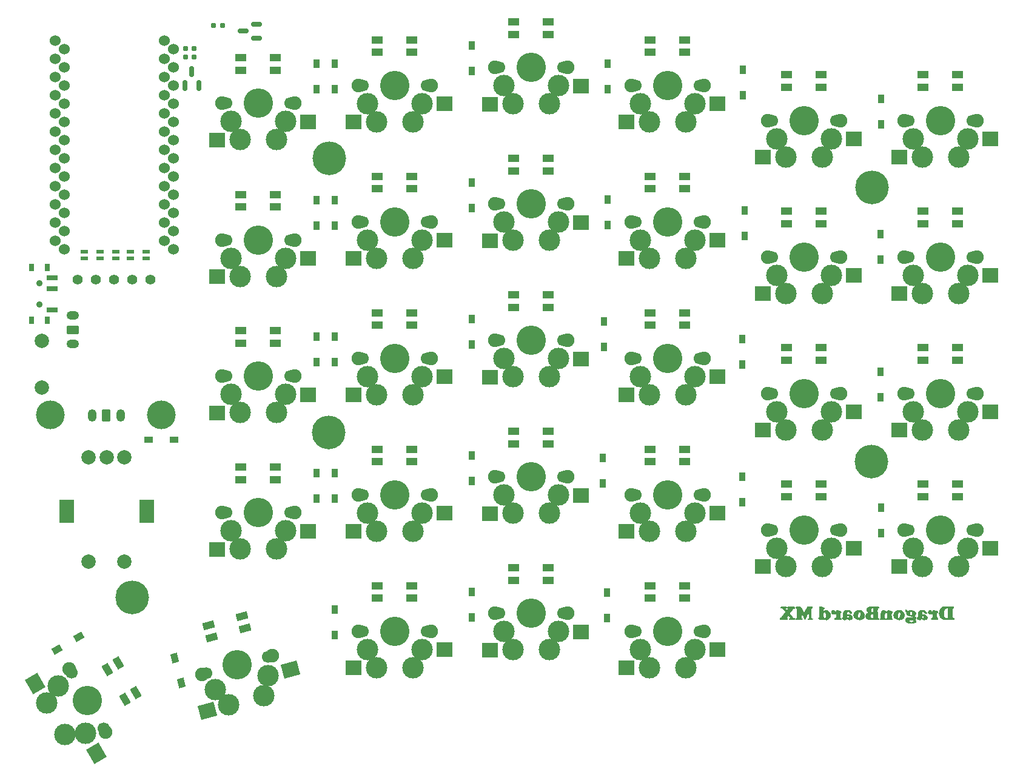
<source format=gbs>
G04 #@! TF.GenerationSoftware,KiCad,Pcbnew,8.99.0-3407-g6a48e2c35a*
G04 #@! TF.CreationDate,2025-03-01T11:14:55+00:00*
G04 #@! TF.ProjectId,DragonBoard,44726167-6f6e-4426-9f61-72642e6b6963,rev?*
G04 #@! TF.SameCoordinates,Original*
G04 #@! TF.FileFunction,Soldermask,Bot*
G04 #@! TF.FilePolarity,Negative*
%FSLAX46Y46*%
G04 Gerber Fmt 4.6, Leading zero omitted, Abs format (unit mm)*
G04 Created by KiCad (PCBNEW 8.99.0-3407-g6a48e2c35a) date 2025-03-01 11:14:55*
%MOMM*%
%LPD*%
G01*
G04 APERTURE LIST*
G04 Aperture macros list*
%AMRoundRect*
0 Rectangle with rounded corners*
0 $1 Rounding radius*
0 $2 $3 $4 $5 $6 $7 $8 $9 X,Y pos of 4 corners*
0 Add a 4 corners polygon primitive as box body*
4,1,4,$2,$3,$4,$5,$6,$7,$8,$9,$2,$3,0*
0 Add four circle primitives for the rounded corners*
1,1,$1+$1,$2,$3*
1,1,$1+$1,$4,$5*
1,1,$1+$1,$6,$7*
1,1,$1+$1,$8,$9*
0 Add four rect primitives between the rounded corners*
20,1,$1+$1,$2,$3,$4,$5,0*
20,1,$1+$1,$4,$5,$6,$7,0*
20,1,$1+$1,$6,$7,$8,$9,0*
20,1,$1+$1,$8,$9,$2,$3,0*%
%AMRotRect*
0 Rectangle, with rotation*
0 The origin of the aperture is its center*
0 $1 length*
0 $2 width*
0 $3 Rotation angle, in degrees counterclockwise*
0 Add horizontal line*
21,1,$1,$2,0,0,$3*%
G04 Aperture macros list end*
%ADD10C,0.150000*%
%ADD11C,4.700000*%
%ADD12C,1.524000*%
%ADD13R,0.950000X1.300000*%
%ADD14R,1.300000X0.950000*%
%ADD15RotRect,1.300000X0.950000X210.000000*%
%ADD16C,4.000000*%
%ADD17C,1.397000*%
%ADD18C,2.000000*%
%ADD19R,2.000000X3.200000*%
%ADD20RotRect,1.300000X0.950000X285.000000*%
%ADD21C,1.900000*%
%ADD22C,1.700000*%
%ADD23C,3.000000*%
%ADD24C,4.100000*%
%ADD25R,1.600000X1.000000*%
%ADD26R,2.300000X2.000000*%
%ADD27RotRect,1.600000X1.000000X120.000000*%
%ADD28RotRect,2.300000X2.000000X300.000000*%
%ADD29RoundRect,0.250000X0.625000X-0.350000X0.625000X0.350000X-0.625000X0.350000X-0.625000X-0.350000X0*%
%ADD30O,1.750000X1.200000*%
%ADD31C,0.900000*%
%ADD32RoundRect,0.250000X0.350000X0.625000X-0.350000X0.625000X-0.350000X-0.625000X0.350000X-0.625000X0*%
%ADD33O,1.200000X1.750000*%
%ADD34RotRect,1.600000X1.000000X195.000000*%
%ADD35RotRect,2.300000X2.000000X15.000000*%
%ADD36R,1.000000X0.600000*%
%ADD37RoundRect,0.160000X-0.197500X-0.160000X0.197500X-0.160000X0.197500X0.160000X-0.197500X0.160000X0*%
%ADD38RoundRect,0.160000X0.197500X0.160000X-0.197500X0.160000X-0.197500X-0.160000X0.197500X-0.160000X0*%
%ADD39RoundRect,0.150000X0.150000X-0.587500X0.150000X0.587500X-0.150000X0.587500X-0.150000X-0.587500X0*%
%ADD40R,0.800000X1.000000*%
%ADD41R,1.500000X0.700000*%
%ADD42RoundRect,0.150000X0.587500X0.150000X-0.587500X0.150000X-0.587500X-0.150000X0.587500X-0.150000X0*%
G04 APERTURE END LIST*
D10*
G36*
X216759392Y-120208400D02*
G01*
X217200494Y-120221223D01*
X217367068Y-120217071D01*
X217457316Y-120215727D01*
X217566910Y-120226483D01*
X217640864Y-120254318D01*
X217678559Y-120284335D01*
X217699924Y-120319598D01*
X217707176Y-120362029D01*
X217696715Y-120414877D01*
X217665992Y-120455811D01*
X217610334Y-120487570D01*
X217555225Y-120516074D01*
X217529001Y-120547653D01*
X217517292Y-120594435D01*
X217511782Y-120698962D01*
X217520697Y-121288930D01*
X217540480Y-121688390D01*
X217554970Y-121768844D01*
X217569789Y-121806359D01*
X217594796Y-121830734D01*
X217641353Y-121849468D01*
X217694373Y-121870328D01*
X217726105Y-121893920D01*
X217745248Y-121925665D01*
X217752239Y-121970979D01*
X217745699Y-122015041D01*
X217726563Y-122052427D01*
X217693621Y-122084918D01*
X217628687Y-122116755D01*
X217542068Y-122128271D01*
X217448767Y-122122043D01*
X217256426Y-122112640D01*
X217158118Y-122112640D01*
X216867225Y-122118379D01*
X216725198Y-122122531D01*
X216559845Y-122128271D01*
X216377209Y-122114287D01*
X216208746Y-122073316D01*
X216074359Y-122016988D01*
X215957622Y-121944460D01*
X215856477Y-121855469D01*
X215769598Y-121748840D01*
X215701863Y-121627028D01*
X215647476Y-121478829D01*
X215613373Y-121322215D01*
X215606914Y-121233121D01*
X216316335Y-121233121D01*
X216327653Y-121420892D01*
X216357838Y-121562275D01*
X216402490Y-121666933D01*
X216459181Y-121742769D01*
X216527771Y-121795425D01*
X216610447Y-121827685D01*
X216711398Y-121839088D01*
X216787887Y-121829017D01*
X216831688Y-121803917D01*
X216857119Y-121760412D01*
X216867347Y-121683627D01*
X216867347Y-120620560D01*
X216860059Y-120566093D01*
X216841946Y-120535319D01*
X216810283Y-120517658D01*
X216752431Y-120510406D01*
X216636618Y-120523942D01*
X216543853Y-120561982D01*
X216468822Y-120623814D01*
X216408903Y-120712884D01*
X216360988Y-120839774D01*
X216328511Y-121009558D01*
X216316335Y-121233121D01*
X215606914Y-121233121D01*
X215602169Y-121167664D01*
X215610427Y-121013426D01*
X215634192Y-120874897D01*
X215672341Y-120750127D01*
X215724290Y-120637413D01*
X215801679Y-120519506D01*
X215894730Y-120421160D01*
X216004588Y-120340569D01*
X216133397Y-120277032D01*
X216257371Y-120239992D01*
X216419836Y-120214929D01*
X216629454Y-120205591D01*
X216759392Y-120208400D01*
G37*
G36*
X214850145Y-120752695D02*
G01*
X214784202Y-120759657D01*
X214759165Y-120774189D01*
X214746195Y-120806928D01*
X214730100Y-120905958D01*
X214715487Y-120950378D01*
X214691632Y-120962011D01*
X214668828Y-120954037D01*
X214643027Y-120924398D01*
X214580743Y-120846490D01*
X214512892Y-120794051D01*
X214438226Y-120763190D01*
X214354210Y-120752695D01*
X214273683Y-120762152D01*
X214205858Y-120789278D01*
X214147825Y-120834150D01*
X214113343Y-120878421D01*
X214084200Y-120936610D01*
X214065284Y-120999105D01*
X214059287Y-121057022D01*
X214066626Y-121121412D01*
X214089695Y-121189768D01*
X214125231Y-121252681D01*
X214168464Y-121301753D01*
X214231698Y-121348298D01*
X214303222Y-121376169D01*
X214385595Y-121385773D01*
X214452651Y-121379136D01*
X214504175Y-121360982D01*
X214553701Y-121327876D01*
X214628739Y-121260965D01*
X214656990Y-121239422D01*
X214679420Y-121233487D01*
X214707885Y-121243294D01*
X214725826Y-121275253D01*
X214733315Y-121328825D01*
X214736939Y-121455504D01*
X214732258Y-121646648D01*
X214722040Y-121738337D01*
X214709954Y-121774399D01*
X214696517Y-121793536D01*
X214674713Y-121807032D01*
X214625076Y-121824921D01*
X214550815Y-121859744D01*
X214511997Y-121903445D01*
X214499290Y-121958156D01*
X214509411Y-122012384D01*
X214539957Y-122059272D01*
X214586077Y-122094481D01*
X214647180Y-122116181D01*
X214794159Y-122135811D01*
X215033205Y-122143903D01*
X215260992Y-122131471D01*
X215402012Y-122101160D01*
X215468624Y-122066201D01*
X215504609Y-122021510D01*
X215516684Y-121964384D01*
X215508286Y-121919480D01*
X215481984Y-121876479D01*
X215433031Y-121833592D01*
X215379542Y-121787430D01*
X215359636Y-121730644D01*
X215344616Y-121579613D01*
X215337776Y-121269025D01*
X215341755Y-121212924D01*
X215350965Y-121182685D01*
X215369322Y-121160467D01*
X215403600Y-121141041D01*
X215462346Y-121107941D01*
X215493093Y-121070257D01*
X215503006Y-121026247D01*
X215495876Y-120984656D01*
X215474163Y-120946791D01*
X215434985Y-120911087D01*
X215354376Y-120867833D01*
X215209182Y-120816809D01*
X215004599Y-120767756D01*
X214850145Y-120752695D01*
G37*
G36*
X213401823Y-120751643D02*
G01*
X213573869Y-120795385D01*
X213743237Y-120869443D01*
X213826548Y-120925040D01*
X213887462Y-120986191D01*
X213928201Y-121055174D01*
X213940707Y-121120281D01*
X213929543Y-121180996D01*
X213897232Y-121227626D01*
X213848388Y-121257946D01*
X213785124Y-121268536D01*
X213723817Y-121259238D01*
X213661753Y-121230073D01*
X213596859Y-121176882D01*
X213527815Y-121092926D01*
X213480855Y-121033900D01*
X213449046Y-121003533D01*
X213415610Y-120985396D01*
X213378094Y-120979353D01*
X213338264Y-120986478D01*
X213307274Y-121007117D01*
X213282961Y-121043466D01*
X213262364Y-121118006D01*
X213253530Y-121253027D01*
X213259526Y-121302734D01*
X213272825Y-121323979D01*
X213299610Y-121333928D01*
X213369912Y-121338878D01*
X213550390Y-121352173D01*
X213696231Y-121387553D01*
X213813789Y-121441854D01*
X213908101Y-121513878D01*
X213973813Y-121593355D01*
X214011540Y-121677361D01*
X214024116Y-121768623D01*
X214013512Y-121856281D01*
X213981374Y-121940815D01*
X213930639Y-122015647D01*
X213865236Y-122074293D01*
X213787216Y-122115746D01*
X213691388Y-122142199D01*
X213573488Y-122151718D01*
X213460261Y-122140378D01*
X213356880Y-122107028D01*
X213260979Y-122051212D01*
X213217908Y-122024605D01*
X213190882Y-122017873D01*
X213169230Y-122024924D01*
X213140690Y-122051945D01*
X213078311Y-122106874D01*
X213002996Y-122140060D01*
X212910735Y-122151718D01*
X212800881Y-122136705D01*
X212694336Y-122090780D01*
X212617270Y-122035685D01*
X212557071Y-121970002D01*
X212516163Y-121896357D01*
X212503826Y-121830417D01*
X212516059Y-121787272D01*
X212550843Y-121768746D01*
X212606653Y-121754335D01*
X212634008Y-121717332D01*
X212647701Y-121661889D01*
X213245348Y-121661889D01*
X213254479Y-121754779D01*
X213276745Y-121808738D01*
X213308181Y-121837297D01*
X213350738Y-121846903D01*
X213395798Y-121836937D01*
X213431216Y-121806970D01*
X213453485Y-121762303D01*
X213461625Y-121701090D01*
X213450689Y-121637088D01*
X213418394Y-121583487D01*
X213370490Y-121546210D01*
X213316544Y-121534272D01*
X213280447Y-121542152D01*
X213260247Y-121560773D01*
X213250058Y-121592589D01*
X213245348Y-121661889D01*
X212647701Y-121661889D01*
X212653997Y-121636397D01*
X212663683Y-121442926D01*
X212660997Y-121238250D01*
X212670934Y-121100350D01*
X212696168Y-121008051D01*
X212743170Y-120930468D01*
X212819632Y-120858697D01*
X212935971Y-120792269D01*
X213069683Y-120751359D01*
X213224953Y-120737064D01*
X213401823Y-120751643D01*
G37*
G36*
X210999918Y-120671953D02*
G01*
X211032996Y-120693100D01*
X211135330Y-120761916D01*
X211232449Y-120800255D01*
X211326942Y-120812535D01*
X211497057Y-120787988D01*
X211626005Y-120766972D01*
X211735438Y-120760511D01*
X211868118Y-120769527D01*
X211993099Y-120796112D01*
X212111763Y-120840106D01*
X212225267Y-120902050D01*
X212305945Y-120967287D01*
X212365341Y-121043100D01*
X212403271Y-121128621D01*
X212415655Y-121216879D01*
X212406955Y-121299536D01*
X212381155Y-121376205D01*
X212337509Y-121448613D01*
X212273750Y-121517908D01*
X212241055Y-121553491D01*
X212233938Y-121571397D01*
X212239792Y-121584035D01*
X212264591Y-121601073D01*
X212336799Y-121648235D01*
X212396604Y-121711715D01*
X212437461Y-121784696D01*
X212449849Y-121850933D01*
X212438902Y-121914015D01*
X212404104Y-121978259D01*
X212339207Y-122046205D01*
X212312187Y-122073706D01*
X212306356Y-122087605D01*
X212313612Y-122101825D01*
X212344946Y-122119845D01*
X212386709Y-122146036D01*
X212421272Y-122186401D01*
X212443727Y-122235300D01*
X212451192Y-122288250D01*
X212438501Y-122364188D01*
X212398680Y-122439803D01*
X212337962Y-122504961D01*
X212257752Y-122557406D01*
X212128014Y-122607309D01*
X211965801Y-122640004D01*
X211764137Y-122651928D01*
X211603998Y-122644907D01*
X211463178Y-122624948D01*
X211339399Y-122593432D01*
X211190202Y-122531556D01*
X211073421Y-122454354D01*
X210983781Y-122362256D01*
X210929397Y-122275794D01*
X211457979Y-122275794D01*
X211465627Y-122313306D01*
X211488976Y-122345548D01*
X211532350Y-122374101D01*
X211614746Y-122399587D01*
X211739591Y-122409639D01*
X211830729Y-122403409D01*
X211904445Y-122386225D01*
X211963928Y-122359691D01*
X212013608Y-122321029D01*
X212040902Y-122278422D01*
X212049901Y-122229876D01*
X212041892Y-122202351D01*
X212019615Y-122193850D01*
X212000076Y-122196415D01*
X211921674Y-122207406D01*
X211787462Y-122214245D01*
X211616004Y-122202032D01*
X211553844Y-122196537D01*
X211515721Y-122202502D01*
X211485456Y-122219618D01*
X211464692Y-122245585D01*
X211457979Y-122275794D01*
X210929397Y-122275794D01*
X210925660Y-122269852D01*
X210892587Y-122179183D01*
X210881810Y-122088215D01*
X210892352Y-122004039D01*
X210923942Y-121925549D01*
X210973822Y-121857984D01*
X211038125Y-121807824D01*
X211100425Y-121779249D01*
X211182669Y-121760198D01*
X211290062Y-121753114D01*
X211411337Y-121759662D01*
X211621255Y-121784866D01*
X211781967Y-121800009D01*
X211856503Y-121792775D01*
X211907263Y-121773997D01*
X211942036Y-121742440D01*
X211952937Y-121703288D01*
X211944864Y-121663910D01*
X211923251Y-121642132D01*
X211884427Y-121634046D01*
X211830205Y-121638198D01*
X211740934Y-121643693D01*
X211559639Y-121629727D01*
X211398750Y-121589471D01*
X211298429Y-121547017D01*
X211214100Y-121496171D01*
X211143760Y-121437186D01*
X211082466Y-121357669D01*
X211045930Y-121267723D01*
X211044327Y-121254492D01*
X211556286Y-121254492D01*
X211567414Y-121336896D01*
X211597685Y-121395909D01*
X211645952Y-121435014D01*
X211709549Y-121448299D01*
X211752392Y-121439665D01*
X211790394Y-121413075D01*
X211825320Y-121363547D01*
X211857287Y-121270296D01*
X211869528Y-121136401D01*
X211858720Y-121060416D01*
X211828983Y-121005120D01*
X211782156Y-120968338D01*
X211721883Y-120955905D01*
X211674045Y-120965716D01*
X211634038Y-120991500D01*
X211599884Y-121036017D01*
X211568554Y-121122815D01*
X211556286Y-121254492D01*
X211044327Y-121254492D01*
X211033362Y-121164000D01*
X211037514Y-121112099D01*
X211040201Y-121080225D01*
X211034619Y-121065668D01*
X211010159Y-121039925D01*
X210965023Y-120991647D01*
X210925163Y-120926352D01*
X210898017Y-120856134D01*
X210889992Y-120798979D01*
X210896859Y-120749128D01*
X210916859Y-120706656D01*
X210947298Y-120675949D01*
X210979995Y-120666722D01*
X210999918Y-120671953D01*
G37*
G36*
X210146111Y-120751315D02*
G01*
X210305455Y-120792651D01*
X210449937Y-120860250D01*
X210582002Y-120955051D01*
X210669835Y-121043639D01*
X210736763Y-121139870D01*
X210784531Y-121244845D01*
X210813740Y-121360271D01*
X210823802Y-121488355D01*
X210810749Y-121631535D01*
X210773219Y-121756333D01*
X210712037Y-121866294D01*
X210625843Y-121963896D01*
X210519178Y-122044376D01*
X210397129Y-122102678D01*
X210256793Y-122138984D01*
X210094371Y-122151718D01*
X209929325Y-122138943D01*
X209776308Y-122101423D01*
X209633033Y-122039374D01*
X209497685Y-121951683D01*
X209395218Y-121859868D01*
X209319250Y-121764087D01*
X209267144Y-121664820D01*
X209850983Y-121664820D01*
X209859960Y-121736615D01*
X209882853Y-121780936D01*
X209917790Y-121806463D01*
X209968708Y-121815640D01*
X210023435Y-121804167D01*
X210067381Y-121769746D01*
X210103041Y-121705975D01*
X210141379Y-121592155D01*
X210175948Y-121455382D01*
X210200015Y-121320798D01*
X210206600Y-121232144D01*
X210197198Y-121164966D01*
X210171429Y-121116373D01*
X210130778Y-121084070D01*
X210078129Y-121073142D01*
X210031344Y-121083935D01*
X209991157Y-121113514D01*
X209955763Y-121166809D01*
X209917411Y-121265666D01*
X209881635Y-121404091D01*
X209858121Y-121546836D01*
X209850983Y-121664820D01*
X209267144Y-121664820D01*
X209266463Y-121663523D01*
X209234934Y-121556700D01*
X209224256Y-121441582D01*
X209233633Y-121329455D01*
X209261785Y-121220336D01*
X209309496Y-121112831D01*
X209370949Y-121018034D01*
X209443563Y-120936933D01*
X209527972Y-120868344D01*
X209625467Y-120811429D01*
X209730472Y-120770600D01*
X209844336Y-120745632D01*
X209968708Y-120737064D01*
X210146111Y-120751315D01*
G37*
G36*
X207469004Y-121253637D02*
G01*
X207449831Y-121735773D01*
X207443630Y-121785741D01*
X207433223Y-121815030D01*
X207349814Y-121914070D01*
X207333994Y-121940500D01*
X207328198Y-121978428D01*
X207339768Y-122032942D01*
X207374172Y-122075180D01*
X207437863Y-122107755D01*
X207568413Y-122132736D01*
X207825355Y-122143903D01*
X208000480Y-122133749D01*
X208093167Y-122110563D01*
X208140685Y-122080938D01*
X208167173Y-122043572D01*
X208176210Y-121996014D01*
X208167661Y-121953882D01*
X208112218Y-121889035D01*
X208088601Y-121843330D01*
X208068021Y-121731830D01*
X208058729Y-121507650D01*
X208064713Y-121381329D01*
X208080187Y-121291463D01*
X208102082Y-121229579D01*
X208130859Y-121191054D01*
X208171938Y-121167656D01*
X208229699Y-121159115D01*
X208286114Y-121166367D01*
X208325480Y-121185808D01*
X208352431Y-121216635D01*
X208375399Y-121286767D01*
X208385648Y-121427783D01*
X208385648Y-121699014D01*
X208382515Y-121772848D01*
X208375634Y-121808801D01*
X208308345Y-121924206D01*
X208296701Y-121951295D01*
X208292713Y-121982458D01*
X208304006Y-122030746D01*
X208338998Y-122071010D01*
X208406408Y-122105068D01*
X208535820Y-122132385D01*
X208758484Y-122143903D01*
X208928125Y-122133531D01*
X209034991Y-122107913D01*
X209098011Y-122073219D01*
X209131296Y-122031942D01*
X209142190Y-121981970D01*
X209138790Y-121950273D01*
X209130100Y-121929824D01*
X209073680Y-121879754D01*
X209044912Y-121851843D01*
X209029960Y-121821746D01*
X209012375Y-121657371D01*
X209002849Y-121329108D01*
X209007360Y-121243369D01*
X209016771Y-121206621D01*
X209039339Y-121178803D01*
X209097982Y-121135912D01*
X209144430Y-121091678D01*
X209158554Y-121041879D01*
X209146574Y-120991482D01*
X209109706Y-120950654D01*
X209047301Y-120916210D01*
X208911503Y-120862482D01*
X208658223Y-120784569D01*
X208545141Y-120758792D01*
X208490672Y-120752695D01*
X208451458Y-120760534D01*
X208418987Y-120784081D01*
X208397092Y-120818318D01*
X208389800Y-120858208D01*
X208391143Y-120893013D01*
X208392487Y-120911820D01*
X208386028Y-120948206D01*
X208369596Y-120967185D01*
X208341806Y-120973857D01*
X208312976Y-120963612D01*
X208275250Y-120923665D01*
X208209355Y-120848972D01*
X208131706Y-120796404D01*
X208040013Y-120764069D01*
X207930501Y-120752695D01*
X207817980Y-120763301D01*
X207719807Y-120793843D01*
X207633136Y-120843798D01*
X207558245Y-120915920D01*
X207511747Y-120996694D01*
X207485464Y-121095070D01*
X207469004Y-121253637D01*
G37*
G36*
X207148292Y-120239469D02*
G01*
X207209130Y-120268362D01*
X207250934Y-120313913D01*
X207264451Y-120369845D01*
X207254946Y-120415053D01*
X207226011Y-120453001D01*
X207172005Y-120485616D01*
X207106896Y-120526031D01*
X207074796Y-120570857D01*
X207060700Y-120635790D01*
X207054036Y-120781760D01*
X207061162Y-121200757D01*
X207080048Y-121516321D01*
X207112532Y-121764960D01*
X207134045Y-121815837D01*
X207165777Y-121848857D01*
X207252972Y-121918344D01*
X207266332Y-121943957D01*
X207271290Y-121980626D01*
X207259253Y-122036417D01*
X207222075Y-122084918D01*
X207165361Y-122116729D01*
X207087009Y-122128271D01*
X206973436Y-122121799D01*
X206692190Y-122113983D01*
X206509130Y-122112640D01*
X206287968Y-122121188D01*
X206039207Y-122128271D01*
X205887928Y-122118394D01*
X205759028Y-122090529D01*
X205648994Y-122046548D01*
X205554944Y-121987209D01*
X205474762Y-121912116D01*
X205410131Y-121825669D01*
X205365530Y-121737244D01*
X205339139Y-121645700D01*
X205334887Y-121599485D01*
X206079873Y-121599485D01*
X206089714Y-121693212D01*
X206115592Y-121758103D01*
X206154898Y-121802026D01*
X206209171Y-121829162D01*
X206283694Y-121839088D01*
X206331143Y-121832050D01*
X206363801Y-121812994D01*
X206385665Y-121781813D01*
X206402828Y-121709437D01*
X206410944Y-121546240D01*
X206410944Y-121416303D01*
X206404321Y-121355662D01*
X206388840Y-121324590D01*
X206360688Y-121306988D01*
X206308240Y-121299799D01*
X206226765Y-121311546D01*
X206166342Y-121344143D01*
X206121548Y-121398130D01*
X206091453Y-121479714D01*
X206079873Y-121599485D01*
X205334887Y-121599485D01*
X205330292Y-121549538D01*
X205341470Y-121440778D01*
X205373412Y-121348466D01*
X205425547Y-121269147D01*
X205491036Y-121202813D01*
X205559167Y-121152367D01*
X205630466Y-121116129D01*
X205674073Y-121089077D01*
X205685421Y-121062273D01*
X205675964Y-121034009D01*
X205639137Y-120995595D01*
X205579298Y-120933703D01*
X205531548Y-120851247D01*
X205505187Y-120770647D01*
X206145452Y-120770647D01*
X206151755Y-120858265D01*
X206168242Y-120920906D01*
X206192347Y-120964698D01*
X206227806Y-120997892D01*
X206275145Y-121018670D01*
X206338282Y-121026247D01*
X206373503Y-121019226D01*
X206394702Y-121000113D01*
X206406010Y-120968428D01*
X206410944Y-120907301D01*
X206410944Y-120622880D01*
X206405590Y-120559699D01*
X206393481Y-120528236D01*
X206370506Y-120509701D01*
X206330100Y-120502591D01*
X206275043Y-120510584D01*
X206230485Y-120533514D01*
X206193812Y-120572322D01*
X206168458Y-120621260D01*
X206151679Y-120685939D01*
X206145452Y-120770647D01*
X205505187Y-120770647D01*
X205501416Y-120759117D01*
X205491492Y-120665379D01*
X205500412Y-120571849D01*
X205525997Y-120491103D01*
X205567716Y-120420592D01*
X205626681Y-120358609D01*
X205716014Y-120298856D01*
X205821464Y-120258714D01*
X205942288Y-120237370D01*
X206115655Y-120229039D01*
X206286503Y-120232947D01*
X206689503Y-120244670D01*
X206948645Y-120235755D01*
X207067958Y-120229039D01*
X207148292Y-120239469D01*
G37*
G36*
X204577374Y-120751315D02*
G01*
X204736718Y-120792651D01*
X204881200Y-120860250D01*
X205013265Y-120955051D01*
X205101098Y-121043639D01*
X205168026Y-121139870D01*
X205215795Y-121244845D01*
X205245003Y-121360271D01*
X205255065Y-121488355D01*
X205242012Y-121631535D01*
X205204482Y-121756333D01*
X205143300Y-121866294D01*
X205057106Y-121963896D01*
X204950441Y-122044376D01*
X204828392Y-122102678D01*
X204688056Y-122138984D01*
X204525634Y-122151718D01*
X204360588Y-122138943D01*
X204207571Y-122101423D01*
X204064296Y-122039374D01*
X203928949Y-121951683D01*
X203826481Y-121859868D01*
X203750513Y-121764087D01*
X203698407Y-121664820D01*
X204282246Y-121664820D01*
X204291223Y-121736615D01*
X204314116Y-121780936D01*
X204349053Y-121806463D01*
X204399971Y-121815640D01*
X204454698Y-121804167D01*
X204498644Y-121769746D01*
X204534304Y-121705975D01*
X204572642Y-121592155D01*
X204607211Y-121455382D01*
X204631278Y-121320798D01*
X204637863Y-121232144D01*
X204628461Y-121164966D01*
X204602692Y-121116373D01*
X204562041Y-121084070D01*
X204509392Y-121073142D01*
X204462607Y-121083935D01*
X204422420Y-121113514D01*
X204387026Y-121166809D01*
X204348674Y-121265666D01*
X204312898Y-121404091D01*
X204289384Y-121546836D01*
X204282246Y-121664820D01*
X203698407Y-121664820D01*
X203697726Y-121663523D01*
X203666197Y-121556700D01*
X203655519Y-121441582D01*
X203664896Y-121329455D01*
X203693049Y-121220336D01*
X203740759Y-121112831D01*
X203802212Y-121018034D01*
X203874827Y-120936933D01*
X203959235Y-120868344D01*
X204056730Y-120811429D01*
X204161735Y-120770600D01*
X204275599Y-120745632D01*
X204399971Y-120737064D01*
X204577374Y-120751315D01*
G37*
G36*
X202957999Y-120751643D02*
G01*
X203130045Y-120795385D01*
X203299413Y-120869443D01*
X203382724Y-120925040D01*
X203443638Y-120986191D01*
X203484377Y-121055174D01*
X203496883Y-121120281D01*
X203485719Y-121180996D01*
X203453408Y-121227626D01*
X203404564Y-121257946D01*
X203341300Y-121268536D01*
X203279993Y-121259238D01*
X203217929Y-121230073D01*
X203153035Y-121176882D01*
X203083990Y-121092926D01*
X203037030Y-121033900D01*
X203005222Y-121003533D01*
X202971785Y-120985396D01*
X202934270Y-120979353D01*
X202894440Y-120986478D01*
X202863450Y-121007117D01*
X202839137Y-121043466D01*
X202818540Y-121118006D01*
X202809706Y-121253027D01*
X202815702Y-121302734D01*
X202829001Y-121323979D01*
X202855786Y-121333928D01*
X202926087Y-121338878D01*
X203106566Y-121352173D01*
X203252407Y-121387553D01*
X203369965Y-121441854D01*
X203464277Y-121513878D01*
X203529989Y-121593355D01*
X203567716Y-121677361D01*
X203580292Y-121768623D01*
X203569688Y-121856281D01*
X203537549Y-121940815D01*
X203486814Y-122015647D01*
X203421412Y-122074293D01*
X203343392Y-122115746D01*
X203247564Y-122142199D01*
X203129664Y-122151718D01*
X203016437Y-122140378D01*
X202913055Y-122107028D01*
X202817155Y-122051212D01*
X202774084Y-122024605D01*
X202747057Y-122017873D01*
X202725406Y-122024924D01*
X202696865Y-122051945D01*
X202634487Y-122106874D01*
X202559172Y-122140060D01*
X202466911Y-122151718D01*
X202357057Y-122136705D01*
X202250512Y-122090780D01*
X202173446Y-122035685D01*
X202113247Y-121970002D01*
X202072339Y-121896357D01*
X202060002Y-121830417D01*
X202072235Y-121787272D01*
X202107019Y-121768746D01*
X202162829Y-121754335D01*
X202190184Y-121717332D01*
X202203877Y-121661889D01*
X202801524Y-121661889D01*
X202810655Y-121754779D01*
X202832921Y-121808738D01*
X202864357Y-121837297D01*
X202906914Y-121846903D01*
X202951974Y-121836937D01*
X202987392Y-121806970D01*
X203009661Y-121762303D01*
X203017801Y-121701090D01*
X203006865Y-121637088D01*
X202974570Y-121583487D01*
X202926666Y-121546210D01*
X202872720Y-121534272D01*
X202836623Y-121542152D01*
X202816422Y-121560773D01*
X202806234Y-121592589D01*
X202801524Y-121661889D01*
X202203877Y-121661889D01*
X202210173Y-121636397D01*
X202219859Y-121442926D01*
X202217173Y-121238250D01*
X202227110Y-121100350D01*
X202252344Y-121008051D01*
X202299346Y-120930468D01*
X202375808Y-120858697D01*
X202492147Y-120792269D01*
X202625859Y-120751359D01*
X202781129Y-120737064D01*
X202957999Y-120751643D01*
G37*
G36*
X201336677Y-120752695D02*
G01*
X201270734Y-120759657D01*
X201245697Y-120774189D01*
X201232727Y-120806928D01*
X201216632Y-120905958D01*
X201202019Y-120950378D01*
X201178163Y-120962011D01*
X201155359Y-120954037D01*
X201129559Y-120924398D01*
X201067275Y-120846490D01*
X200999424Y-120794051D01*
X200924757Y-120763190D01*
X200840742Y-120752695D01*
X200760215Y-120762152D01*
X200692389Y-120789278D01*
X200634357Y-120834150D01*
X200599874Y-120878421D01*
X200570732Y-120936610D01*
X200551815Y-120999105D01*
X200545819Y-121057022D01*
X200553158Y-121121412D01*
X200576227Y-121189768D01*
X200611763Y-121252681D01*
X200654995Y-121301753D01*
X200718230Y-121348298D01*
X200789754Y-121376169D01*
X200872127Y-121385773D01*
X200939182Y-121379136D01*
X200990707Y-121360982D01*
X201040233Y-121327876D01*
X201115271Y-121260965D01*
X201143522Y-121239422D01*
X201165951Y-121233487D01*
X201194416Y-121243294D01*
X201212357Y-121275253D01*
X201219847Y-121328825D01*
X201223471Y-121455504D01*
X201218790Y-121646648D01*
X201208572Y-121738337D01*
X201196486Y-121774399D01*
X201183048Y-121793536D01*
X201161245Y-121807032D01*
X201111607Y-121824921D01*
X201037347Y-121859744D01*
X200998529Y-121903445D01*
X200985822Y-121958156D01*
X200995942Y-122012384D01*
X201026489Y-122059272D01*
X201072608Y-122094481D01*
X201133711Y-122116181D01*
X201280690Y-122135811D01*
X201519737Y-122143903D01*
X201747524Y-122131471D01*
X201888544Y-122101160D01*
X201955156Y-122066201D01*
X201991141Y-122021510D01*
X202003216Y-121964384D01*
X201994818Y-121919480D01*
X201968516Y-121876479D01*
X201919563Y-121833592D01*
X201866073Y-121787430D01*
X201846168Y-121730644D01*
X201831148Y-121579613D01*
X201824308Y-121269025D01*
X201828287Y-121212924D01*
X201837497Y-121182685D01*
X201855854Y-121160467D01*
X201890131Y-121141041D01*
X201948878Y-121107941D01*
X201979624Y-121070257D01*
X201989538Y-121026247D01*
X201982407Y-120984656D01*
X201960694Y-120946791D01*
X201921517Y-120911087D01*
X201840908Y-120867833D01*
X201695714Y-120816809D01*
X201491131Y-120767756D01*
X201336677Y-120752695D01*
G37*
G36*
X199158200Y-120262861D02*
G01*
X199481775Y-120342245D01*
X199582995Y-120380061D01*
X199642441Y-120419458D01*
X199673075Y-120459696D01*
X199682665Y-120502591D01*
X199673689Y-120541103D01*
X199646267Y-120571788D01*
X199593760Y-120596136D01*
X199539197Y-120617125D01*
X199510351Y-120637779D01*
X199493533Y-120665821D01*
X199487270Y-120707633D01*
X199494049Y-120780584D01*
X199508495Y-120810897D01*
X199527082Y-120819007D01*
X199558101Y-120808627D01*
X199644930Y-120769281D01*
X199739694Y-120745299D01*
X199844109Y-120737064D01*
X199935088Y-120744998D01*
X200028613Y-120769396D01*
X200125965Y-120811802D01*
X200231793Y-120880438D01*
X200321121Y-120965710D01*
X200395365Y-121069112D01*
X200455578Y-121193188D01*
X200490798Y-121317913D01*
X200502466Y-121445124D01*
X200493547Y-121553907D01*
X200466486Y-121662657D01*
X200420156Y-121772653D01*
X200348635Y-121889896D01*
X200258101Y-121992472D01*
X200167768Y-122063689D01*
X200074598Y-122112819D01*
X199977308Y-122141931D01*
X199874151Y-122151718D01*
X199763317Y-122139292D01*
X199659968Y-122102263D01*
X199561642Y-122039122D01*
X199515237Y-122006460D01*
X199491667Y-121999067D01*
X199471053Y-122005167D01*
X199455878Y-122024624D01*
X199446360Y-122065134D01*
X199438452Y-122110483D01*
X199428041Y-122129736D01*
X199409396Y-122139527D01*
X199368690Y-122143903D01*
X199170842Y-122131449D01*
X198971429Y-122093711D01*
X198858606Y-122054821D01*
X198792793Y-122013500D01*
X198759087Y-121970880D01*
X198748558Y-121925061D01*
X198753179Y-121889095D01*
X198766265Y-121860215D01*
X198789130Y-121834109D01*
X198833676Y-121799032D01*
X198867195Y-121768999D01*
X198882159Y-121742001D01*
X198890707Y-121606935D01*
X198890707Y-121379056D01*
X199484584Y-121379056D01*
X199496520Y-121594068D01*
X199524273Y-121713058D01*
X199558166Y-121772805D01*
X199599340Y-121804965D01*
X199650058Y-121815640D01*
X199699824Y-121808099D01*
X199741319Y-121786136D01*
X199776698Y-121748351D01*
X199811033Y-121681891D01*
X199834171Y-121590691D01*
X199842888Y-121467472D01*
X199834160Y-121331109D01*
X199810237Y-121221972D01*
X199773645Y-121135058D01*
X199733757Y-121081273D01*
X199688784Y-121051686D01*
X199636503Y-121041879D01*
X199575430Y-121057551D01*
X199531845Y-121098177D01*
X199509074Y-121148247D01*
X199491723Y-121236165D01*
X199484584Y-121379056D01*
X198890707Y-121379056D01*
X198890707Y-120360563D01*
X198898832Y-120308354D01*
X198920595Y-120274086D01*
X198956422Y-120252762D01*
X199012096Y-120244670D01*
X199158200Y-120262861D01*
G37*
G36*
X196625965Y-121546607D02*
G01*
X196789852Y-121913215D01*
X196832271Y-121998761D01*
X196859217Y-122040344D01*
X196888482Y-122065798D01*
X196919057Y-122073561D01*
X196948550Y-122066971D01*
X196975355Y-122046205D01*
X197044842Y-121924817D01*
X197134479Y-121739192D01*
X197314730Y-121331795D01*
X197355824Y-121265346D01*
X197389102Y-121249485D01*
X197410086Y-121255818D01*
X197424897Y-121275965D01*
X197433066Y-121318240D01*
X197442591Y-121617559D01*
X197438307Y-121748626D01*
X197429036Y-121810267D01*
X197404856Y-121852643D01*
X197320348Y-121901492D01*
X197285404Y-121934104D01*
X197273209Y-121986000D01*
X197284088Y-122034003D01*
X197317696Y-122074107D01*
X197382191Y-122108212D01*
X197492685Y-122133589D01*
X197669249Y-122143903D01*
X197815236Y-122134355D01*
X197908139Y-122110628D01*
X197963786Y-122078115D01*
X197993770Y-122038739D01*
X198003739Y-121990274D01*
X197998720Y-121954087D01*
X197985909Y-121932388D01*
X197896394Y-121879754D01*
X197858679Y-121855197D01*
X197837166Y-121825044D01*
X197824666Y-121781627D01*
X197811154Y-121687901D01*
X197787951Y-121327765D01*
X197776960Y-120898753D01*
X197787615Y-120693837D01*
X197810787Y-120596868D01*
X197837898Y-120556935D01*
X197896394Y-120522008D01*
X197954973Y-120483791D01*
X197985732Y-120442927D01*
X197995557Y-120397566D01*
X197986533Y-120350906D01*
X197958432Y-120307318D01*
X197916173Y-120273015D01*
X197860247Y-120249677D01*
X197699168Y-120218780D01*
X197528565Y-120205591D01*
X197365890Y-120214413D01*
X197279803Y-120234534D01*
X197246511Y-120251610D01*
X197222406Y-120272514D01*
X197163055Y-120369234D01*
X196878757Y-120894845D01*
X196815620Y-120999136D01*
X196795894Y-121012670D01*
X196768847Y-121017455D01*
X196744705Y-121012658D01*
X196722685Y-120997793D01*
X196673959Y-120922322D01*
X196481374Y-120545211D01*
X196434967Y-120450201D01*
X196361926Y-120326873D01*
X196301000Y-120265553D01*
X196240767Y-120235871D01*
X196143807Y-120214239D01*
X195995574Y-120205591D01*
X195825360Y-120216803D01*
X195716921Y-120244681D01*
X195651860Y-120282935D01*
X195616729Y-120329348D01*
X195605030Y-120386575D01*
X195609249Y-120424899D01*
X195620540Y-120452399D01*
X195641147Y-120477003D01*
X195683066Y-120511994D01*
X195732550Y-120568268D01*
X195760735Y-120648159D01*
X195783546Y-120847493D01*
X195792120Y-121108801D01*
X195783339Y-121448056D01*
X195759392Y-121722095D01*
X195747864Y-121779974D01*
X195734845Y-121808313D01*
X195710506Y-121832204D01*
X195647773Y-121877189D01*
X195609330Y-121917542D01*
X195596848Y-121968414D01*
X195609984Y-122025529D01*
X195650072Y-122071301D01*
X195726541Y-122107999D01*
X195793784Y-122126292D01*
X195865271Y-122137064D01*
X196088509Y-122143903D01*
X196305225Y-122134177D01*
X196433868Y-122110930D01*
X196510331Y-122076336D01*
X196549655Y-122033789D01*
X196562340Y-121981481D01*
X196557893Y-121949604D01*
X196545487Y-121925427D01*
X196459758Y-121847148D01*
X196432923Y-121810568D01*
X196412741Y-121738337D01*
X196403755Y-121642691D01*
X196399796Y-121460633D01*
X196402985Y-121361319D01*
X196409566Y-121319461D01*
X196424734Y-121294689D01*
X196449133Y-121286854D01*
X196482288Y-121297890D01*
X196520208Y-121338512D01*
X196557710Y-121404015D01*
X196625965Y-121546607D01*
G37*
G36*
X194143359Y-121006097D02*
G01*
X193618603Y-121667018D01*
X193546918Y-121747985D01*
X193517847Y-121766668D01*
X193474256Y-121784621D01*
X193405248Y-121813458D01*
X193366544Y-121841652D01*
X193343173Y-121878266D01*
X193334915Y-121927381D01*
X193343406Y-121975452D01*
X193369842Y-122021659D01*
X193409348Y-122059667D01*
X193459113Y-122086383D01*
X193547048Y-122112235D01*
X193664765Y-122130836D01*
X193800193Y-122140165D01*
X194006949Y-122143903D01*
X194226368Y-122136137D01*
X194357560Y-122117524D01*
X194421480Y-122094486D01*
X194467591Y-122062570D01*
X194498351Y-122020959D01*
X194508136Y-121975619D01*
X194494435Y-121920624D01*
X194451715Y-121875602D01*
X194408616Y-121839835D01*
X194398837Y-121817838D01*
X194408889Y-121772694D01*
X194451100Y-121687037D01*
X194548802Y-121537936D01*
X194567438Y-121517876D01*
X194579332Y-121513145D01*
X194609374Y-121534028D01*
X194729786Y-121694374D01*
X194772960Y-121768758D01*
X194781688Y-121797078D01*
X194772165Y-121818114D01*
X194727099Y-121860459D01*
X194684781Y-121909080D01*
X194671046Y-121968048D01*
X194682851Y-122025446D01*
X194717362Y-122068337D01*
X194780344Y-122099817D01*
X194927637Y-122132075D01*
X195113491Y-122143903D01*
X195319959Y-122133663D01*
X195450669Y-122108487D01*
X195495695Y-122087445D01*
X195533345Y-122053533D01*
X195558879Y-122011280D01*
X195566928Y-121968658D01*
X195556254Y-121914974D01*
X195525407Y-121875480D01*
X195477886Y-121850333D01*
X195407438Y-121839088D01*
X195324472Y-121823193D01*
X195256496Y-121782545D01*
X195185665Y-121707782D01*
X195038753Y-121520961D01*
X194815271Y-121262552D01*
X194797563Y-121231900D01*
X194815027Y-121203323D01*
X195176750Y-120742803D01*
X195284095Y-120613233D01*
X195314356Y-120593132D01*
X195366161Y-120572810D01*
X195440847Y-120544724D01*
X195474116Y-120524450D01*
X195510144Y-120476537D01*
X195521865Y-120421136D01*
X195511312Y-120367504D01*
X195479468Y-120322408D01*
X195420949Y-120283468D01*
X195324762Y-120251875D01*
X195112366Y-120217793D01*
X194860822Y-120205591D01*
X194610008Y-120216471D01*
X194490550Y-120240152D01*
X194451233Y-120260556D01*
X194420452Y-120291809D01*
X194400318Y-120330351D01*
X194393708Y-120371799D01*
X194407042Y-120432316D01*
X194445976Y-120475480D01*
X194482490Y-120502224D01*
X194487986Y-120524084D01*
X194478593Y-120563234D01*
X194438893Y-120637291D01*
X194389959Y-120702285D01*
X194367696Y-120714960D01*
X194346131Y-120702222D01*
X194290637Y-120633138D01*
X194242995Y-120556798D01*
X194233484Y-120528114D01*
X194240323Y-120508330D01*
X194291981Y-120467298D01*
X194323455Y-120428924D01*
X194334601Y-120372776D01*
X194323354Y-120320048D01*
X194289524Y-120277768D01*
X194226524Y-120243571D01*
X194101554Y-120216059D01*
X193877134Y-120204248D01*
X193710451Y-120212560D01*
X193604071Y-120233069D01*
X193533182Y-120267488D01*
X193494385Y-120315049D01*
X193481094Y-120379248D01*
X193488292Y-120424554D01*
X193508973Y-120460487D01*
X193544475Y-120489402D01*
X193579887Y-120499951D01*
X193674657Y-120510406D01*
X193740126Y-120527092D01*
X193812776Y-120570857D01*
X193884368Y-120636091D01*
X193980327Y-120746101D01*
X194143237Y-120946746D01*
X194160334Y-120978131D01*
X194143359Y-121006097D01*
G37*
D11*
X103000000Y-119000000D03*
D12*
X92180000Y-41230000D03*
X108718815Y-42425745D03*
X92180000Y-43770000D03*
X108718815Y-44965745D03*
X92180000Y-46310000D03*
X108718815Y-47505745D03*
X92180000Y-48850000D03*
X108718815Y-50045745D03*
X92180000Y-51390000D03*
X108718815Y-52585745D03*
X92180000Y-53930000D03*
X108718815Y-55125745D03*
X92180000Y-56470000D03*
X108718815Y-57665745D03*
X92180000Y-59010000D03*
X108718815Y-60205745D03*
X92180000Y-61550000D03*
X108718815Y-62745745D03*
X92180000Y-64090000D03*
X108718815Y-65285745D03*
X92180000Y-66630000D03*
X108718815Y-67825745D03*
X92180000Y-69170000D03*
X108718815Y-70365745D03*
X93478815Y-70365745D03*
X107420000Y-69170000D03*
X93478815Y-67825745D03*
X107420000Y-66630000D03*
X93478815Y-65285745D03*
X107420000Y-64090000D03*
X93478815Y-62745745D03*
X107420000Y-61550000D03*
X93478815Y-60205745D03*
X107420000Y-59010000D03*
X93478815Y-57665745D03*
X107420000Y-56470000D03*
X93478815Y-55125745D03*
X107420000Y-53930000D03*
X93478815Y-52585745D03*
X107420000Y-51390000D03*
X93478815Y-50045745D03*
X107420000Y-48850000D03*
X93478815Y-47505745D03*
X107420000Y-46310000D03*
X93478815Y-44965745D03*
X107420000Y-43770000D03*
X93478815Y-42425745D03*
X107420000Y-41230000D03*
D13*
X128705000Y-44452000D03*
X128705000Y-48002000D03*
X131245000Y-44455000D03*
X131245000Y-48005000D03*
X150345000Y-41955000D03*
X150345000Y-45505000D03*
X169345000Y-44455000D03*
X169345000Y-48005000D03*
X188239100Y-45327600D03*
X188239100Y-48877600D03*
X207545000Y-49355000D03*
X207545000Y-52905000D03*
X128705000Y-82555000D03*
X128705000Y-86105000D03*
X128705000Y-101655000D03*
X128705000Y-105205000D03*
D14*
X105225000Y-97000000D03*
X108775000Y-97000000D03*
D15*
X95544195Y-124463500D03*
X92469805Y-126238500D03*
D16*
X91500000Y-93500000D03*
D17*
X95369400Y-74600000D03*
X97909400Y-74600000D03*
X100449400Y-74600000D03*
X102989400Y-74600000D03*
X105529400Y-74600000D03*
D16*
X107000000Y-93500000D03*
D18*
X101889121Y-99452640D03*
X96889121Y-99452640D03*
X99389121Y-99452640D03*
D19*
X104989121Y-106952640D03*
X93789121Y-106952640D03*
D18*
X96889121Y-113952640D03*
X101889121Y-113952640D03*
D11*
X206225000Y-61775000D03*
D13*
X128705000Y-63555000D03*
X128705000Y-67105000D03*
X131245000Y-63555000D03*
X131245000Y-67105000D03*
X150345000Y-61045000D03*
X150345000Y-64595000D03*
X169345000Y-63455000D03*
X169345000Y-67005000D03*
X188439100Y-64927600D03*
X188439100Y-68477600D03*
X207445000Y-68255000D03*
X207445000Y-71805000D03*
D20*
X108914596Y-127446482D03*
X109833404Y-130875518D03*
D11*
X206175000Y-100025000D03*
D13*
X150345000Y-80145000D03*
X150345000Y-83695000D03*
X168839100Y-80427600D03*
X168839100Y-83977600D03*
X188139100Y-82927600D03*
X188139100Y-86477600D03*
X207445000Y-87455000D03*
X207445000Y-91005000D03*
X131245000Y-120655000D03*
X131245000Y-124205000D03*
X150345000Y-118245000D03*
X150345000Y-121795000D03*
X207495000Y-106455000D03*
X207495000Y-110005000D03*
X131245000Y-101655000D03*
X131245000Y-105205000D03*
X150345000Y-99145000D03*
X150345000Y-102695000D03*
X168639100Y-99527600D03*
X168639100Y-103077600D03*
X188139100Y-102127600D03*
X188139100Y-105677600D03*
X131245000Y-82555000D03*
X131245000Y-86105000D03*
X169239100Y-118327600D03*
X169239100Y-121877600D03*
D11*
X130502100Y-57648600D03*
X130400100Y-95927600D03*
D21*
X182780000Y-123699999D03*
D22*
X182200000Y-123699999D03*
D23*
X181510000Y-126239999D03*
X180240000Y-128779999D03*
D24*
X177700000Y-123699999D03*
D23*
X175160000Y-128779999D03*
X173890000Y-126240000D03*
D22*
X173200000Y-123699999D03*
D21*
X172620000Y-123699999D03*
D25*
X180100000Y-119074999D03*
X180100000Y-117324999D03*
X175300000Y-117324999D03*
X175300000Y-119074999D03*
D26*
X184700000Y-126279999D03*
X172000000Y-128819999D03*
D21*
X182780000Y-66552640D03*
D22*
X182200000Y-66552640D03*
D23*
X181510000Y-69092640D03*
X180240000Y-71632640D03*
D24*
X177700000Y-66552640D03*
D23*
X175160000Y-71632640D03*
X173890000Y-69092641D03*
D22*
X173200000Y-66552640D03*
D21*
X172620000Y-66552640D03*
D25*
X180100000Y-61927640D03*
X180100000Y-60177640D03*
X175300000Y-60177640D03*
X175300000Y-61927640D03*
D26*
X184700000Y-69132640D03*
X172000000Y-71672640D03*
D21*
X220880000Y-71449999D03*
D22*
X220300000Y-71449999D03*
D23*
X219610000Y-73989999D03*
X218340000Y-76529999D03*
D24*
X215800000Y-71449999D03*
D23*
X213260000Y-76529999D03*
X211990000Y-73990000D03*
D22*
X211300000Y-71449999D03*
D21*
X210720000Y-71449999D03*
D25*
X218200000Y-66824999D03*
X218200000Y-65074999D03*
X213400000Y-65074999D03*
X213400000Y-66824999D03*
D26*
X222800000Y-74029999D03*
X210100000Y-76569999D03*
D21*
X182780000Y-85600000D03*
D22*
X182200000Y-85600000D03*
D23*
X181510000Y-88140000D03*
X180240000Y-90680000D03*
D24*
X177700000Y-85600000D03*
D23*
X175160000Y-90680000D03*
X173890000Y-88140001D03*
D22*
X173200000Y-85600000D03*
D21*
X172620000Y-85600000D03*
D25*
X180100000Y-80975000D03*
X180100000Y-79225000D03*
X175300000Y-79225000D03*
X175300000Y-80975000D03*
D26*
X184700000Y-88180000D03*
X172000000Y-90720000D03*
D21*
X220880000Y-90499999D03*
D22*
X220300000Y-90499999D03*
D23*
X219610000Y-93039999D03*
X218340000Y-95579999D03*
D24*
X215800000Y-90499999D03*
D23*
X213260000Y-95579999D03*
X211990000Y-93040000D03*
D22*
X211300000Y-90499999D03*
D21*
X210720000Y-90499999D03*
D25*
X218200000Y-85874999D03*
X218200000Y-84124999D03*
X213400000Y-84124999D03*
X213400000Y-85874999D03*
D26*
X222800000Y-93079999D03*
X210100000Y-95619999D03*
D21*
X220880000Y-109550000D03*
D22*
X220300000Y-109550000D03*
D23*
X219610000Y-112090000D03*
X218340000Y-114630000D03*
D24*
X215800000Y-109550000D03*
D23*
X213260000Y-114630000D03*
X211990000Y-112090001D03*
D22*
X211300000Y-109550000D03*
D21*
X210720000Y-109550000D03*
D25*
X218200000Y-104925000D03*
X218200000Y-103175000D03*
X213400000Y-103175000D03*
X213400000Y-104925000D03*
D26*
X222800000Y-112130000D03*
X210100000Y-114670000D03*
D21*
X125630000Y-88100000D03*
D22*
X125050000Y-88100000D03*
D23*
X124360000Y-90640000D03*
X123090000Y-93180000D03*
D24*
X120550000Y-88100000D03*
D23*
X118010000Y-93180000D03*
X116740000Y-90640001D03*
D22*
X116050000Y-88100000D03*
D21*
X115470000Y-88100000D03*
D25*
X122950000Y-83475000D03*
X122950000Y-81725000D03*
X118150000Y-81725000D03*
X118150000Y-83475000D03*
D26*
X127550000Y-90680000D03*
X114850000Y-93220000D03*
D21*
X201830000Y-52400000D03*
D22*
X201250000Y-52400000D03*
D23*
X200560000Y-54940000D03*
X199290000Y-57480000D03*
D24*
X196750000Y-52400000D03*
D23*
X194210000Y-57480000D03*
X192940000Y-54940001D03*
D22*
X192250000Y-52400000D03*
D21*
X191670000Y-52400000D03*
D25*
X199150000Y-47775000D03*
X199150000Y-46025000D03*
X194350000Y-46025000D03*
X194350000Y-47775000D03*
D26*
X203750000Y-54980000D03*
X191050000Y-57520000D03*
D21*
X201830000Y-90500000D03*
D22*
X201250000Y-90500000D03*
D23*
X200560000Y-93040000D03*
X199290000Y-95580000D03*
D24*
X196750000Y-90500000D03*
D23*
X194210000Y-95580000D03*
X192940000Y-93040001D03*
D22*
X192250000Y-90500000D03*
D21*
X191670000Y-90500000D03*
D25*
X199150000Y-85875000D03*
X199150000Y-84125000D03*
X194350000Y-84125000D03*
X194350000Y-85875000D03*
D26*
X203750000Y-93080000D03*
X191050000Y-95620000D03*
D21*
X99251204Y-137802049D03*
D22*
X98961204Y-137299754D03*
D23*
X96416499Y-137972197D03*
X93581795Y-138142345D03*
D24*
X96711204Y-133402640D03*
D23*
X91041795Y-133742935D03*
X92606499Y-131373084D03*
D22*
X94461204Y-129505526D03*
D21*
X94171204Y-129003231D03*
D27*
X101916571Y-133168601D03*
X103432116Y-132293601D03*
X101032116Y-128136679D03*
X99516571Y-129011679D03*
D28*
X97976858Y-140754818D03*
X89427154Y-131026295D03*
D21*
X201830000Y-109550000D03*
D22*
X201250000Y-109550000D03*
D23*
X200560000Y-112090000D03*
X199290000Y-114630000D03*
D24*
X196750000Y-109550000D03*
D23*
X194210000Y-114630000D03*
X192940000Y-112090001D03*
D22*
X192250000Y-109550000D03*
D21*
X191670000Y-109550000D03*
D25*
X199150000Y-104925000D03*
X199150000Y-103175000D03*
X194350000Y-103175000D03*
X194350000Y-104925000D03*
D26*
X203750000Y-112130000D03*
X191050000Y-114670000D03*
D29*
X94639100Y-81602600D03*
X94639100Y-81602600D03*
D30*
X94639100Y-83602600D03*
X94639100Y-79602600D03*
D21*
X125630000Y-107150000D03*
D22*
X125050000Y-107150000D03*
D23*
X124360000Y-109690000D03*
X123090000Y-112230000D03*
D24*
X120550000Y-107150000D03*
D23*
X118010000Y-112230000D03*
X116740000Y-109690001D03*
D22*
X116050000Y-107150000D03*
D21*
X115470000Y-107150000D03*
D25*
X122950000Y-102525000D03*
X122950000Y-100775000D03*
X118150000Y-100775000D03*
X118150000Y-102525000D03*
D26*
X127550000Y-109730000D03*
X114850000Y-112270000D03*
D21*
X125630000Y-69100000D03*
D22*
X125050000Y-69100000D03*
D23*
X124360000Y-71640000D03*
X123090000Y-74180000D03*
D24*
X120550000Y-69100000D03*
D23*
X118010000Y-74180000D03*
X116740000Y-71640001D03*
D22*
X116050000Y-69100000D03*
D21*
X115470000Y-69100000D03*
D25*
X122950000Y-64475000D03*
X122950000Y-62725000D03*
X118150000Y-62725000D03*
X118150000Y-64475000D03*
D26*
X127550000Y-71680000D03*
X114850000Y-74220000D03*
D21*
X144680000Y-66550000D03*
D22*
X144100000Y-66550000D03*
D23*
X143410000Y-69090000D03*
X142140000Y-71630000D03*
D24*
X139600000Y-66550000D03*
D23*
X137060000Y-71630000D03*
X135790000Y-69090001D03*
D22*
X135100000Y-66550000D03*
D21*
X134520000Y-66550000D03*
D25*
X142000000Y-61925000D03*
X142000000Y-60175000D03*
X137200000Y-60175000D03*
X137200000Y-61925000D03*
D26*
X146600000Y-69130000D03*
X133900000Y-71670000D03*
D21*
X163730002Y-45000000D03*
D22*
X163150002Y-45000000D03*
D23*
X162460002Y-47540000D03*
X161190003Y-50079998D03*
D24*
X158650002Y-45000000D03*
D23*
X156109999Y-50080000D03*
X154840001Y-47539999D03*
D22*
X154150002Y-45000000D03*
D21*
X153570002Y-45000000D03*
D25*
X161050004Y-40375000D03*
X161050002Y-38625002D03*
X156250005Y-38625001D03*
X156250000Y-40375000D03*
D26*
X165650004Y-47579999D03*
X152950004Y-50120000D03*
D18*
X90339120Y-83152640D03*
X90339120Y-89652640D03*
D21*
X182780000Y-47500000D03*
D22*
X182200000Y-47500000D03*
D23*
X181510000Y-50040000D03*
X180240000Y-52580000D03*
D24*
X177700000Y-47500000D03*
D23*
X175160000Y-52580000D03*
X173890000Y-50040001D03*
D22*
X173200000Y-47500000D03*
D21*
X172620000Y-47500000D03*
D25*
X180100000Y-42875000D03*
X180100000Y-41125000D03*
X175300000Y-41125000D03*
X175300000Y-42875000D03*
D26*
X184700000Y-50080000D03*
X172000000Y-52620000D03*
D31*
X89984100Y-75102600D03*
X89984100Y-78102600D03*
D21*
X201830000Y-71450000D03*
D22*
X201250000Y-71450000D03*
D23*
X200560000Y-73990000D03*
X199290000Y-76530000D03*
D24*
X196750000Y-71450000D03*
D23*
X194210000Y-76530000D03*
X192940000Y-73990001D03*
D22*
X192250000Y-71450000D03*
D21*
X191670000Y-71450000D03*
D25*
X199150000Y-66825000D03*
X199150000Y-65075000D03*
X194350000Y-65075000D03*
X194350000Y-66825000D03*
D26*
X203750000Y-74030000D03*
X191050000Y-76570000D03*
D21*
X163730000Y-121199999D03*
D22*
X163150000Y-121199999D03*
D23*
X162460000Y-123739999D03*
X161190000Y-126279999D03*
D24*
X158650000Y-121199999D03*
D23*
X156110000Y-126279999D03*
X154840000Y-123740000D03*
D22*
X154150000Y-121199999D03*
D21*
X153570000Y-121199999D03*
D25*
X161050000Y-116574999D03*
X161050000Y-114824999D03*
X156250000Y-114824999D03*
X156250000Y-116574999D03*
D26*
X165650000Y-123779999D03*
X152950000Y-126319999D03*
D21*
X144680002Y-47500000D03*
D22*
X144100002Y-47500000D03*
D23*
X143410002Y-50040000D03*
X142140003Y-52579998D03*
D24*
X139600002Y-47500000D03*
D23*
X137059999Y-52580000D03*
X135790001Y-50039999D03*
D22*
X135100002Y-47500000D03*
D21*
X134520002Y-47500000D03*
D25*
X142000004Y-42875000D03*
X142000002Y-41125002D03*
X137200005Y-41125001D03*
X137200000Y-42875000D03*
D26*
X146600004Y-50079999D03*
X133900004Y-52620000D03*
D21*
X125629999Y-49999997D03*
D22*
X125049999Y-49999997D03*
D23*
X124359999Y-52539997D03*
X123090001Y-55079997D03*
D24*
X120549999Y-49999997D03*
D23*
X118009998Y-55079997D03*
X116739999Y-52539996D03*
D22*
X116049999Y-49999997D03*
D21*
X115469999Y-49999997D03*
D25*
X122950000Y-45374996D03*
X122949997Y-43624998D03*
X118150000Y-43624998D03*
X118149997Y-45374997D03*
D26*
X127550001Y-52579996D03*
X114850000Y-55120000D03*
D21*
X163730000Y-64050000D03*
D22*
X163150000Y-64050000D03*
D23*
X162460000Y-66590000D03*
X161190000Y-69130000D03*
D24*
X158650000Y-64050000D03*
D23*
X156110000Y-69130000D03*
X154840000Y-66590001D03*
D22*
X154150000Y-64050000D03*
D21*
X153570000Y-64050000D03*
D25*
X161050000Y-59425000D03*
X161050000Y-57675000D03*
X156250000Y-57675000D03*
X156250000Y-59425000D03*
D26*
X165650000Y-66630000D03*
X152950000Y-69170000D03*
D21*
X163730000Y-102150000D03*
D22*
X163150000Y-102150000D03*
D23*
X162460000Y-104690000D03*
X161190000Y-107230000D03*
D24*
X158650000Y-102150000D03*
D23*
X156110000Y-107230000D03*
X154840000Y-104690001D03*
D22*
X154150000Y-102150000D03*
D21*
X153570000Y-102150000D03*
D25*
X161050000Y-97525000D03*
X161050000Y-95775000D03*
X156250000Y-95775000D03*
X156250000Y-97525000D03*
D26*
X165650000Y-104730000D03*
X152950000Y-107270000D03*
D21*
X144680000Y-104649999D03*
D22*
X144100000Y-104649999D03*
D23*
X143410000Y-107189999D03*
X142140000Y-109729999D03*
D24*
X139600000Y-104649999D03*
D23*
X137060000Y-109729999D03*
X135790000Y-107190000D03*
D22*
X135100000Y-104649999D03*
D21*
X134520000Y-104649999D03*
D25*
X142000000Y-100024999D03*
X142000000Y-98274999D03*
X137200000Y-98274999D03*
X137200000Y-100024999D03*
D26*
X146600000Y-107229999D03*
X133900000Y-109769999D03*
D32*
X99339100Y-93602600D03*
X99339100Y-93602600D03*
D33*
X101339100Y-93602600D03*
X97339100Y-93602600D03*
D21*
X144680000Y-123700000D03*
D22*
X144100000Y-123700000D03*
D23*
X143410000Y-126240000D03*
X142140000Y-128780000D03*
D24*
X139600000Y-123700000D03*
D23*
X137060000Y-128780000D03*
X135790000Y-126240001D03*
D22*
X135100000Y-123700000D03*
D21*
X134520000Y-123700000D03*
D25*
X142000000Y-119075000D03*
X142000000Y-117325000D03*
X137200000Y-117325000D03*
X137200000Y-119075000D03*
D26*
X146600000Y-126280000D03*
X133900000Y-128820000D03*
D21*
X182780000Y-104650000D03*
D22*
X182200000Y-104650000D03*
D23*
X181510000Y-107190000D03*
X180240000Y-109730000D03*
D24*
X177700000Y-104650000D03*
D23*
X175160000Y-109730000D03*
X173890000Y-107190001D03*
D22*
X173200000Y-104650000D03*
D21*
X172620000Y-104650000D03*
D25*
X180100000Y-100025000D03*
X180100000Y-98275000D03*
X175300000Y-98275000D03*
X175300000Y-100025000D03*
D26*
X184700000Y-107230000D03*
X172000000Y-109770000D03*
D21*
X163730000Y-83100000D03*
D22*
X163150000Y-83100000D03*
D23*
X162460000Y-85640000D03*
X161190000Y-88180000D03*
D24*
X158650000Y-83100000D03*
D23*
X156110000Y-88180000D03*
X154840000Y-85640001D03*
D22*
X154150000Y-83100000D03*
D21*
X153570000Y-83100000D03*
D25*
X161050000Y-78475000D03*
X161050000Y-76725000D03*
X156250000Y-76725000D03*
X156250000Y-78475000D03*
D26*
X165650000Y-85680000D03*
X152950000Y-88220000D03*
D21*
X144680000Y-85600000D03*
D22*
X144100000Y-85600000D03*
D23*
X143410000Y-88140000D03*
X142140000Y-90680000D03*
D24*
X139600000Y-85600000D03*
D23*
X137060000Y-90680000D03*
X135790000Y-88140001D03*
D22*
X135100000Y-85600000D03*
D21*
X134520000Y-85600000D03*
D25*
X142000000Y-80975000D03*
X142000000Y-79225000D03*
X137200000Y-79225000D03*
X137200000Y-80975000D03*
D26*
X146600000Y-88180000D03*
X133900000Y-90720000D03*
D21*
X220880000Y-52400000D03*
D22*
X220300000Y-52400000D03*
D23*
X219610000Y-54940000D03*
X218340000Y-57480000D03*
D24*
X215800000Y-52400000D03*
D23*
X213260000Y-57480000D03*
X211990000Y-54940001D03*
D22*
X211300000Y-52400000D03*
D21*
X210720000Y-52400000D03*
D25*
X218200000Y-47775000D03*
X218200000Y-46025000D03*
X213400000Y-46025000D03*
X213400000Y-47775000D03*
D26*
X222800000Y-54980000D03*
X210100000Y-57520000D03*
D21*
X122506902Y-127085199D03*
D22*
X121946665Y-127235314D03*
D23*
X121937577Y-129867351D03*
X121368253Y-132649502D03*
D24*
X117599999Y-128400000D03*
D23*
X116461347Y-133964304D03*
X114577222Y-131839551D03*
D22*
X113253333Y-129564686D03*
D21*
X112693096Y-129714801D03*
D34*
X118721184Y-123311426D03*
X118268248Y-121621059D03*
X113631807Y-122863389D03*
X114084737Y-124553759D03*
D35*
X125029235Y-129080354D03*
X113419377Y-134820811D03*
D36*
X100639100Y-71652600D03*
X100639100Y-70752600D03*
X98439100Y-71652600D03*
X98439100Y-70752600D03*
X96229100Y-71652600D03*
X96229100Y-70752600D03*
X102739100Y-71652600D03*
X102739100Y-70752600D03*
X104929100Y-71652600D03*
X104929100Y-70752600D03*
D37*
X110421786Y-43502964D03*
X111616786Y-43502964D03*
D38*
X111616786Y-42389050D03*
X110421786Y-42389050D03*
D39*
X112239120Y-47477640D03*
X110339120Y-47477640D03*
X111289120Y-45602640D03*
D40*
X88884100Y-80252600D03*
X91094100Y-80252600D03*
D31*
X89984100Y-78102600D03*
X89984100Y-75102600D03*
D40*
X88884100Y-72952600D03*
X91094100Y-72952600D03*
D41*
X91744100Y-74352600D03*
X91744100Y-75852600D03*
X91744100Y-78852600D03*
D37*
X114339120Y-39102640D03*
X115534120Y-39102640D03*
D42*
X120339120Y-38975486D03*
X120339120Y-40875486D03*
X118464120Y-39925486D03*
M02*

</source>
